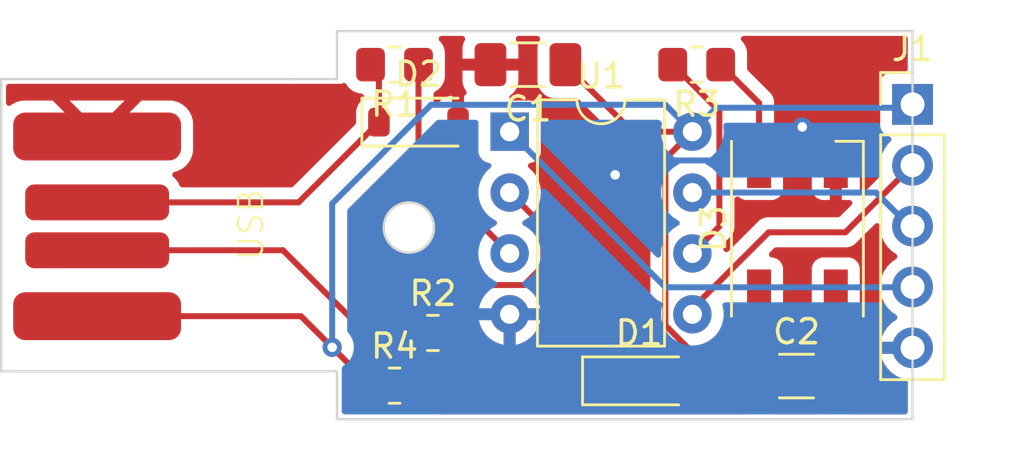
<source format=kicad_pcb>
(kicad_pcb (version 20221018) (generator pcbnew)
  (layers (0 "F.Cu" signal) (31 "B.Cu" signal) (34 "B.Paste" user) (35 "F.Paste" user) (36 "B.SilkS" user "B.Silkscreen") (37 "F.SilkS" user "F.Silkscreen") (38 "B.Mask" user) (39 "F.Mask" user) (44 "Edge.Cuts" user))
  (net 0 "")
  (net 1 "+5V")
  (net 2 "GND")
  (net 3 "Net-(D1-K)")
  (net 4 "Net-(D2-K)")
  (net 5 "Net-(D3-DIN)")
  (net 6 "Net-(J1-Pin_2)")
  (net 7 "Net-(J1-Pin_4)")
  (net 8 "Net-(U1-XTAL2{slash}PB4)")
  (net 9 "Net-(U1-XTAL1{slash}PB3)")
  (net 10 "Net-(U1-PB1)")
  (net 12 "Net-(J1-Pin_3)")
  (footprint "Resistor_SMD:R_0805_2012Metric_Pad1.20x1.40mm_HandSolder" (layer "F.Cu") (at 118 110.6)
    (fp_text reference "R2" (at 0 -1.65) (layer "F.SilkS"))
    (fp_text value "68R")
    (fp_line (start -0.227064 -0.735) (end 0.227064 -0.735) (stroke (width 0.12)) (layer "F.SilkS"))
    (fp_line (start -0.227064 0.735) (end 0.227064 0.735) (stroke (width 0.12)) (layer "F.SilkS"))
    (pad "1" smd roundrect (at -1 0) (size 1.2 1.4) (layers "F.Cu" "F.Paste" "F.Mask") (roundrect_rratio 0.208333) (net 9 "Net-(U1-XTAL1{slash}PB3)"))
    (pad "2" smd roundrect (at 1 0) (size 1.2 1.4) (layers "F.Cu" "F.Paste" "F.Mask") (roundrect_rratio 0.208333) (net 3 "Net-(D1-K)"))
  )
  (footprint "Diode_SMD:D_SOD-123" (layer "F.Cu") (at 126.6 112.6)
    (fp_text reference "D1" (at 0 -2) (layer "F.SilkS"))
    (fp_text value "3V6")
    (fp_line (start -2.36 -1) (end -2.36 1) (stroke (width 0.12)) (layer "F.SilkS"))
    (fp_line (start -2.36 -1) (end 1.65 -1) (stroke (width 0.12)) (layer "F.SilkS"))
    (fp_line (start -2.36 1) (end 1.65 1) (stroke (width 0.12)) (layer "F.SilkS"))
    (pad "1" smd roundrect (at -1.65 0) (size 0.9 1.2) (layers "F.Cu" "F.Paste" "F.Mask") (net 3 "Net-(D1-K)"))
    (pad "2" smd roundrect (at 1.65 0) (size 0.9 1.2) (layers "F.Cu" "F.Paste" "F.Mask") (net 2 "GND"))
  )
  (footprint "my_lib:pcb_usb-connector" (layer "F.Cu") (at 104 106.15)
    (fp_text reference "U2" hide)
    (fp_text value "~" hide)
    (fp_text user "USB" (at 7 1.5 90 unlocked) (layer "F.SilkS") (effects (font (thickness 0.1)) (justify left bottom)))
    (pad "1" smd roundrect (at 0 3.75) (size 7 2) (layers "F.Cu" "F.Paste" "F.Mask") (net 1 "+5V"))
    (pad "2" smd roundrect (at 0 1) (size 6 1.5) (layers "F.Cu" "F.Paste" "F.Mask") (net 3 "Net-(D1-K)"))
    (pad "3" smd roundrect (at 0 -1) (size 6 1.5) (layers "F.Cu" "F.Paste" "F.Mask") (net 4 "Net-(D2-K)"))
    (pad "4" smd roundrect (at 0 -3.75) (size 7 2) (layers "F.Cu" "F.Paste" "F.Mask") (net 2 "GND"))
  )
  (footprint "Connector_PinHeader_2.54mm:PinHeader_1x05_P2.54mm_Vertical" (layer "F.Cu") (at 138 101.06)
    (fp_text reference "J1" (at 0 -2.33) (layer "F.SilkS"))
    (fp_text value "Conn_01x05")
    (fp_line (start -1.33 -1.33) (end 0 -1.33) (stroke (width 0.12)) (layer "F.SilkS"))
    (fp_line (start -1.33 0) (end -1.33 -1.33) (stroke (width 0.12)) (layer "F.SilkS"))
    (fp_line (start -1.33 1.27) (end -1.33 11.49) (stroke (width 0.12)) (layer "F.SilkS"))
    (fp_line (start -1.33 1.27) (end 1.33 1.27) (stroke (width 0.12)) (layer "F.SilkS"))
    (fp_line (start -1.33 11.49) (end 1.33 11.49) (stroke (width 0.12)) (layer "F.SilkS"))
    (fp_line (start 1.33 1.27) (end 1.33 11.49) (stroke (width 0.12)) (layer "F.SilkS"))
    (pad "1" thru_hole rect (at 0 0) (size 1.7 1.7) (drill 1) (layers "*.Cu" "*.Mask") (net 1 "+5V"))
    (pad "2" thru_hole oval (at 0 2.54) (size 1.7 1.7) (drill 1) (layers "*.Cu" "*.Mask") (net 6 "Net-(J1-Pin_2)"))
    (pad "3" thru_hole oval (at 0 5.08) (size 1.7 1.7) (drill 1) (layers "*.Cu" "*.Mask") (net 12 "Net-(J1-Pin_3)"))
    (pad "4" thru_hole oval (at 0 7.62) (size 1.7 1.7) (drill 1) (layers "*.Cu" "*.Mask") (net 7 "Net-(J1-Pin_4)"))
    (pad "5" thru_hole oval (at 0 10.16) (size 1.7 1.7) (drill 1) (layers "*.Cu" "*.Mask") (net 2 "GND"))
  )
  (footprint "Resistor_SMD:R_0805_2012Metric_Pad1.20x1.40mm_HandSolder" (layer "F.Cu") (at 116.4 99.4 180)
    (fp_text reference "R1" (at 0 -1.65) (layer "F.SilkS"))
    (fp_text value "68R")
    (fp_line (start -0.227064 -0.735) (end 0.227064 -0.735) (stroke (width 0.12)) (layer "F.SilkS"))
    (fp_line (start -0.227064 0.735) (end 0.227064 0.735) (stroke (width 0.12)) (layer "F.SilkS"))
    (pad "1" smd roundrect (at -1 0 180) (size 1.2 1.4) (layers "F.Cu" "F.Paste" "F.Mask") (roundrect_rratio 0.208333) (net 8 "Net-(U1-XTAL2{slash}PB4)"))
    (pad "2" smd roundrect (at 1 0 180) (size 1.2 1.4) (layers "F.Cu" "F.Paste" "F.Mask") (roundrect_rratio 0.208333) (net 4 "Net-(D2-K)"))
  )
  (footprint "Resistor_SMD:R_0805_2012Metric_Pad1.20x1.40mm_HandSolder" (layer "F.Cu") (at 116.4 112.8)
    (fp_text reference "R4" (at 0 -1.65) (layer "F.SilkS"))
    (fp_text value "1k5")
    (fp_line (start -0.227064 -0.735) (end 0.227064 -0.735) (stroke (width 0.12)) (layer "F.SilkS"))
    (fp_line (start -0.227064 0.735) (end 0.227064 0.735) (stroke (width 0.12)) (layer "F.SilkS"))
    (pad "1" smd roundrect (at -1 0) (size 1.2 1.4) (layers "F.Cu" "F.Paste" "F.Mask") (roundrect_rratio 0.208333) (net 1 "+5V"))
    (pad "2" smd roundrect (at 1 0) (size 1.2 1.4) (layers "F.Cu" "F.Paste" "F.Mask") (roundrect_rratio 0.208333) (net 3 "Net-(D1-K)"))
  )
  (footprint "Package_DIP:DIP-8_W7.62mm" (layer "F.Cu") (at 121.2 102.2)
    (fp_text reference "U1" (at 3.81 -2.33) (layer "F.SilkS"))
    (fp_text value "ATtiny85-20P")
    (fp_line (start 1.16 -1.33) (end 1.16 8.95) (stroke (width 0.12)) (layer "F.SilkS"))
    (fp_line (start 1.16 8.95) (end 6.46 8.95) (stroke (width 0.12)) (layer "F.SilkS"))
    (fp_line (start 2.81 -1.33) (end 1.16 -1.33) (stroke (width 0.12)) (layer "F.SilkS"))
    (fp_line (start 6.46 -1.33) (end 4.81 -1.33) (stroke (width 0.12)) (layer "F.SilkS"))
    (fp_line (start 6.46 8.95) (end 6.46 -1.33) (stroke (width 0.12)) (layer "F.SilkS"))
    (fp_arc (start 4.81 -1.33) (mid 3.81 -0.33) (end 2.81 -1.33) (stroke (width 0.12)) (layer "F.SilkS"))
    (pad "1" thru_hole rect (at 0 0) (size 1.6 1.6) (drill 0.8) (layers "*.Cu" "*.Mask") (net 7 "Net-(J1-Pin_4)"))
    (pad "2" thru_hole oval (at 0 2.54) (size 1.6 1.6) (drill 0.8) (layers "*.Cu" "*.Mask") (net 9 "Net-(U1-XTAL1{slash}PB3)"))
    (pad "3" thru_hole oval (at 0 5.08) (size 1.6 1.6) (drill 0.8) (layers "*.Cu" "*.Mask") (net 8 "Net-(U1-XTAL2{slash}PB4)"))
    (pad "4" thru_hole oval (at 0 7.62) (size 1.6 1.6) (drill 0.8) (layers "*.Cu" "*.Mask") (net 2 "GND"))
    (pad "5" thru_hole oval (at 7.62 7.62) (size 1.6 1.6) (drill 0.8) (layers "*.Cu" "*.Mask") (net 6 "Net-(J1-Pin_2)"))
    (pad "6" thru_hole oval (at 7.62 5.08) (size 1.6 1.6) (drill 0.8) (layers "*.Cu" "*.Mask") (net 10 "Net-(U1-PB1)"))
    (pad "7" thru_hole oval (at 7.62 2.54) (size 1.6 1.6) (drill 0.8) (layers "*.Cu" "*.Mask") (net 12 "Net-(J1-Pin_3)"))
    (pad "8" thru_hole oval (at 7.62 0) (size 1.6 1.6) (drill 0.8) (layers "*.Cu" "*.Mask") (net 1 "+5V"))
  )
  (footprint "Diode_SMD:D_SOD-123" (layer "F.Cu") (at 117.4 101.8)
    (fp_text reference "D2" (at 0 -2) (layer "F.SilkS"))
    (fp_text value "3V6")
    (fp_line (start -2.36 -1) (end -2.36 1) (stroke (width 0.12)) (layer "F.SilkS"))
    (fp_line (start -2.36 -1) (end 1.65 -1) (stroke (width 0.12)) (layer "F.SilkS"))
    (fp_line (start -2.36 1) (end 1.65 1) (stroke (width 0.12)) (layer "F.SilkS"))
    (pad "1" smd roundrect (at -1.65 0) (size 0.9 1.2) (layers "F.Cu" "F.Paste" "F.Mask") (net 4 "Net-(D2-K)"))
    (pad "2" smd roundrect (at 1.65 0) (size 0.9 1.2) (layers "F.Cu" "F.Paste" "F.Mask") (net 2 "GND"))
  )
  (footprint "Resistor_SMD:R_0805_2012Metric_Pad1.20x1.40mm_HandSolder" (layer "F.Cu") (at 129 99.4 180)
    (fp_text reference "R3" (at 0 -1.65) (layer "F.SilkS"))
    (fp_text value "400R")
    (fp_line (start -0.227064 -0.735) (end 0.227064 -0.735) (stroke (width 0.12)) (layer "F.SilkS"))
    (fp_line (start -0.227064 0.735) (end 0.227064 0.735) (stroke (width 0.12)) (layer "F.SilkS"))
    (pad "1" smd roundrect (at -1 0 180) (size 1.2 1.4) (layers "F.Cu" "F.Paste" "F.Mask") (roundrect_rratio 0.208333) (net 5 "Net-(D3-DIN)"))
    (pad "2" smd roundrect (at 1 0 180) (size 1.2 1.4) (layers "F.Cu" "F.Paste" "F.Mask") (roundrect_rratio 0.208333) (net 10 "Net-(U1-PB1)"))
  )
  (footprint "Capacitor_SMD:C_1206_3216Metric_Pad1.33x1.80mm_HandSolder" (layer "F.Cu") (at 133.1625 112.4)
    (fp_text reference "C2" (at 0 -1.85) (layer "F.SilkS"))
    (fp_text value "100n")
    (fp_line (start -0.711252 -0.91) (end 0.711252 -0.91) (stroke (width 0.12)) (layer "F.SilkS"))
    (fp_line (start -0.711252 0.91) (end 0.711252 0.91) (stroke (width 0.12)) (layer "F.SilkS"))
    (pad "1" smd roundrect (at -1.5625 0) (size 1.325 1.8) (layers "F.Cu" "F.Paste" "F.Mask") (roundrect_rratio 0.188679) (net 1 "+5V"))
    (pad "2" smd roundrect (at 1.5625 0) (size 1.325 1.8) (layers "F.Cu" "F.Paste" "F.Mask") (roundrect_rratio 0.188679) (net 2 "GND"))
  )
  (footprint "Capacitor_SMD:C_1206_3216Metric_Pad1.33x1.80mm_HandSolder" (layer "F.Cu") (at 121.9625 99.4 180)
    (fp_text reference "C1" (at 0 -1.85) (layer "F.SilkS"))
    (fp_text value "100n")
    (fp_line (start -0.711252 -0.91) (end 0.711252 -0.91) (stroke (width 0.12)) (layer "F.SilkS"))
    (fp_line (start -0.711252 0.91) (end 0.711252 0.91) (stroke (width 0.12)) (layer "F.SilkS"))
    (pad "1" smd roundrect (at -1.5625 0 180) (size 1.325 1.8) (layers "F.Cu" "F.Paste" "F.Mask") (roundrect_rratio 0.188679) (net 1 "+5V"))
    (pad "2" smd roundrect (at 1.5625 0 180) (size 1.325 1.8) (layers "F.Cu" "F.Paste" "F.Mask") (roundrect_rratio 0.188679) (net 2 "GND"))
  )
  (footprint "LED_SMD:LED_SK6812_PLCC4_5.0x5.0mm_P3.2mm" (layer "F.Cu") (at 133.2 106.25 90)
    (fp_text reference "D3" (at 0 -3.5 90) (layer "F.SilkS"))
    (fp_text value "SK6812")
    (fp_line (start -3.65 -2.75) (end 3.65 -2.75) (stroke (width 0.12)) (layer "F.SilkS"))
    (fp_line (start -3.65 2.75) (end 3.65 2.75) (stroke (width 0.12)) (layer "F.SilkS"))
    (fp_line (start 3.65 2.75) (end 3.65 1.6) (stroke (width 0.12)) (layer "F.SilkS"))
    (pad "1" smd rect (at 2.45 1.6 90) (size 1.5 1) (layers "F.Cu" "F.Paste" "F.Mask") (net 2 "GND"))
    (pad "2" smd rect (at 2.45 -1.6 90) (size 1.5 1) (layers "F.Cu" "F.Paste" "F.Mask") (net 5 "Net-(D3-DIN)"))
    (pad "3" smd rect (at -2.45 -1.6 90) (size 1.5 1) (layers "F.Cu" "F.Paste" "F.Mask") (net 1 "+5V"))
    (pad "4" smd rect (at -2.45 1.6 90) (size 1.5 1) (layers "F.Cu" "F.Paste" "F.Mask"))
  )
  (gr_line (start 112 100) (end 114 100) (stroke (width 0.1)) (layer "Edge.Cuts"))
  (gr_line (start 112 112.2) (end 114 112.2) (stroke (width 0.1)) (layer "Edge.Cuts"))
  (gr_circle (center 117 106.2) (end 118.05 106.2) (stroke (width 0.1)) (fill none) (layer "Edge.Cuts"))
  (gr_line (start 114 100) (end 114 98) (stroke (width 0.1)) (layer "Edge.Cuts"))
  (gr_line (start 100 112.2) (end 112 112.2) (stroke (width 0.1)) (layer "Edge.Cuts"))
  (gr_line (start 114 112.2) (end 114 114.2) (stroke (width 0.1)) (layer "Edge.Cuts"))
  (gr_line (start 100 100) (end 112 100) (stroke (width 0.1)) (layer "Edge.Cuts"))
  (gr_line (start 114 114.2) (end 138 114.2) (stroke (width 0.1)) (layer "Edge.Cuts"))
  (gr_line (start 114 98) (end 138 98) (stroke (width 0.1)) (layer "Edge.Cuts"))
  (gr_line (start 138 114.2) (end 138 98) (stroke (width 0.1)) (layer "Edge.Cuts"))
  (gr_line (start 100 100) (end 100 112.2) (stroke (width 0.1)) (layer "Edge.Cuts"))
  (segment (start 113.8 111.2) (end 115.4 112.8) (width 0.25) (layer "F.Cu") (net 1))
  (segment (start 126.325 102.2) (end 123.525 99.4) (width 0.25) (layer "F.Cu") (net 1))
  (segment (start 131.6 112.4) (end 129.809009 112.4) (width 0.25) (layer "F.Cu") (net 1))
  (segment (start 129.809009 112.4) (end 127.695 110.285991) (width 0.25) (layer "F.Cu") (net 1))
  (segment (start 104 109.9) (end 112.5 109.9) (width 0.25) (layer "F.Cu") (net 1))
  (segment (start 127.695 103.325) (end 128.82 102.2) (width 0.25) (layer "F.Cu") (net 1))
  (segment (start 112.5 109.9) (end 113.8 111.2) (width 0.25) (layer "F.Cu") (net 1))
  (segment (start 131.6 112.4) (end 131.6 108.7) (width 0.25) (layer "F.Cu") (net 1))
  (segment (start 128.82 102.2) (end 126.325 102.2) (width 0.25) (layer "F.Cu") (net 1))
  (segment (start 127.695 110.285991) (end 127.695 103.325) (width 0.25) (layer "F.Cu") (net 1))
  (via (at 113.8 111.2) (size 0.8) (drill 0.4) (layers "F.Cu" "B.Cu") (net 1))
  (segment (start 129.8 101.2) (end 137.86 101.2) (width 0.25) (layer "B.Cu") (net 1))
  (segment (start 113.8 105.2) (end 117.925 101.075) (width 0.25) (layer "B.Cu") (net 1))
  (segment (start 129.8 101.22) (end 129.8 101.2) (width 0.25) (layer "B.Cu") (net 1))
  (segment (start 137.86 101.2) (end 137.875 101.185) (width 0.25) (layer "B.Cu") (net 1))
  (segment (start 137.875 101.185) (end 137.875 101.06) (width 0.25) (layer "B.Cu") (net 1))
  (segment (start 113.8 111.2) (end 113.8 105.2) (width 0.25) (layer "B.Cu") (net 1))
  (segment (start 127.695 101.075) (end 128.82 102.2) (width 0.25) (layer "B.Cu") (net 1))
  (segment (start 128.82 102.2) (end 129.8 101.22) (width 0.25) (layer "B.Cu") (net 1))
  (segment (start 117.925 101.075) (end 127.695 101.075) (width 0.25) (layer "B.Cu") (net 1))
  (via (at 133.4 102) (size 0.8) (drill 0.4) (layers "F.Cu" "B.Cu") (net 2))
  (via (at 125.6 104) (size 0.8) (drill 0.4) (layers "F.Cu" "B.Cu") (net 2))
  (segment (start 132 103.4) (end 133.4 102) (width 0.25) (layer "B.Cu") (net 2))
  (segment (start 126.2 103.4) (end 132 103.4) (width 0.25) (layer "B.Cu") (net 2))
  (segment (start 125.6 104) (end 126.2 103.4) (width 0.25) (layer "B.Cu") (net 2))
  (segment (start 111.75 107.15) (end 104 107.15) (width 0.25) (layer "F.Cu") (net 3))
  (segment (start 124.75 112.8) (end 124.95 112.6) (width 0.25) (layer "F.Cu") (net 3))
  (segment (start 117.4 112.8) (end 119 111.2) (width 0.25) (layer "F.Cu") (net 3))
  (segment (start 117.4 112.8) (end 111.75 107.15) (width 0.25) (layer "F.Cu") (net 3))
  (segment (start 119 111.2) (end 119 110.6) (width 0.25) (layer "F.Cu") (net 3))
  (segment (start 117.4 112.8) (end 124.75 112.8) (width 0.25) (layer "F.Cu") (net 3))
  (segment (start 115.75 99.75) (end 115.4 99.4) (width 0.25) (layer "F.Cu") (net 4))
  (segment (start 112.4 105.15) (end 115.75 101.8) (width 0.25) (layer "F.Cu") (net 4))
  (segment (start 115.75 101.8) (end 115.75 99.75) (width 0.25) (layer "F.Cu") (net 4))
  (segment (start 104 105.15) (end 112.4 105.15) (width 0.25) (layer "F.Cu") (net 4))
  (segment (start 131.6 101) (end 131.6 103.8) (width 0.25) (layer "F.Cu") (net 5))
  (segment (start 130 99.4) (end 131.6 101) (width 0.25) (layer "F.Cu") (net 5))
  (segment (start 128.82 109.82) (end 128.82 109.58) (width 0.25) (layer "F.Cu") (net 6))
  (segment (start 137.875 103.725) (end 137.875 103.6) (width 0.25) (layer "F.Cu") (net 6))
  (segment (start 135.2 106.4) (end 137.875 103.725) (width 0.25) (layer "F.Cu") (net 6))
  (segment (start 128.82 109.58) (end 132 106.4) (width 0.25) (layer "F.Cu") (net 6))
  (segment (start 132 106.4) (end 135.2 106.4) (width 0.25) (layer "F.Cu") (net 6))
  (segment (start 127.695 108.695) (end 137.875 108.695) (width 0.25) (layer "B.Cu") (net 7))
  (segment (start 137.875 108.695) (end 137.875 108.68) (width 0.25) (layer "B.Cu") (net 7))
  (segment (start 121.2 102.2) (end 127.695 108.695) (width 0.25) (layer "B.Cu") (net 7))
  (segment (start 117.4 102.6) (end 119.2 104.4) (width 0.25) (layer "F.Cu") (net 8))
  (segment (start 119.2 104.4) (end 119.2 105.28) (width 0.25) (layer "F.Cu") (net 8))
  (segment (start 119.2 105.28) (end 121.2 107.28) (width 0.25) (layer "F.Cu") (net 8))
  (segment (start 117.4 99.4) (end 117.4 102.6) (width 0.25) (layer "F.Cu") (net 8))
  (segment (start 122.6 106.14) (end 121.2 104.74) (width 0.25) (layer "F.Cu") (net 9))
  (segment (start 117.6 108.6) (end 121.8 108.6) (width 0.25) (layer "F.Cu") (net 9))
  (segment (start 121.8 108.6) (end 122.6 107.8) (width 0.25) (layer "F.Cu") (net 9))
  (segment (start 117 109.2) (end 117.6 108.6) (width 0.25) (layer "F.Cu") (net 9))
  (segment (start 122.6 107.8) (end 122.6 106.14) (width 0.25) (layer "F.Cu") (net 9))
  (segment (start 117 110.6) (end 117 109.2) (width 0.25) (layer "F.Cu") (net 9))
  (segment (start 129.945 101.345) (end 128 99.4) (width 0.25) (layer "F.Cu") (net 10))
  (segment (start 128.82 107.28) (end 129.945 106.155) (width 0.25) (layer "F.Cu") (net 10))
  (segment (start 129.945 106.155) (end 129.945 101.345) (width 0.25) (layer "F.Cu") (net 10))
  (segment (start 128.82 104.74) (end 136.475 104.74) (width 0.25) (layer "B.Cu") (net 12))
  (segment (start 136.475 104.74) (end 137.875 106.14) (width 0.25) (layer "B.Cu") (net 12))
  (zone (net 2) (net_name "GND") (layers "F&B.Cu") (connect_pads (clearance 0.5)) (min_thickness 0.25) (fill yes (thermal_gap 0.5) (thermal_bridge_width 0.5))
    (polygon (pts (xy 100.2 100.2) (xy 114.2 100.2) (xy 114.2 98.2) (xy 137.8 98.2) (xy 137.8 114) (xy 114.2 114) (xy 114.2 112) (xy 100.2 112)))
  )
)
</source>
